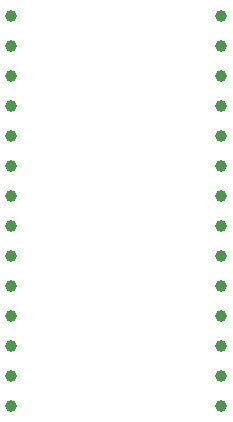
<source format=gbr>
%TF.GenerationSoftware,KiCad,Pcbnew,8.0.4*%
%TF.CreationDate,2024-08-12T07:03:37+02:00*%
%TF.ProjectId,SOIC-28-to-DIP,534f4943-2d32-4382-9d74-6f2d4449502e,rev?*%
%TF.SameCoordinates,Original*%
%TF.FileFunction,Plated,1,2,PTH,Drill*%
%TF.FilePolarity,Positive*%
%FSLAX46Y46*%
G04 Gerber Fmt 4.6, Leading zero omitted, Abs format (unit mm)*
G04 Created by KiCad (PCBNEW 8.0.4) date 2024-08-12 07:03:37*
%MOMM*%
%LPD*%
G01*
G04 APERTURE LIST*
%TA.AperFunction,ComponentDrill*%
%ADD10C,1.000000*%
%TD*%
G04 APERTURE END LIST*
D10*
%TO.C,J1*%
X141110000Y-83500000D03*
X141110000Y-86040000D03*
X141110000Y-88580000D03*
X141110000Y-91120000D03*
X141110000Y-93660000D03*
X141110000Y-96200000D03*
X141110000Y-98740000D03*
X141110000Y-101280000D03*
X141110000Y-103820000D03*
X141110000Y-106360000D03*
X141110000Y-108900000D03*
X141110000Y-111440000D03*
X141110000Y-113980000D03*
X141110000Y-116520000D03*
%TO.C,J2*%
X158890000Y-83480000D03*
X158890000Y-86020000D03*
X158890000Y-88560000D03*
X158890000Y-91100000D03*
X158890000Y-93640000D03*
X158890000Y-96180000D03*
X158890000Y-98720000D03*
X158890000Y-101260000D03*
X158890000Y-103800000D03*
X158890000Y-106340000D03*
X158890000Y-108880000D03*
X158890000Y-111420000D03*
X158890000Y-113960000D03*
X158890000Y-116500000D03*
M02*

</source>
